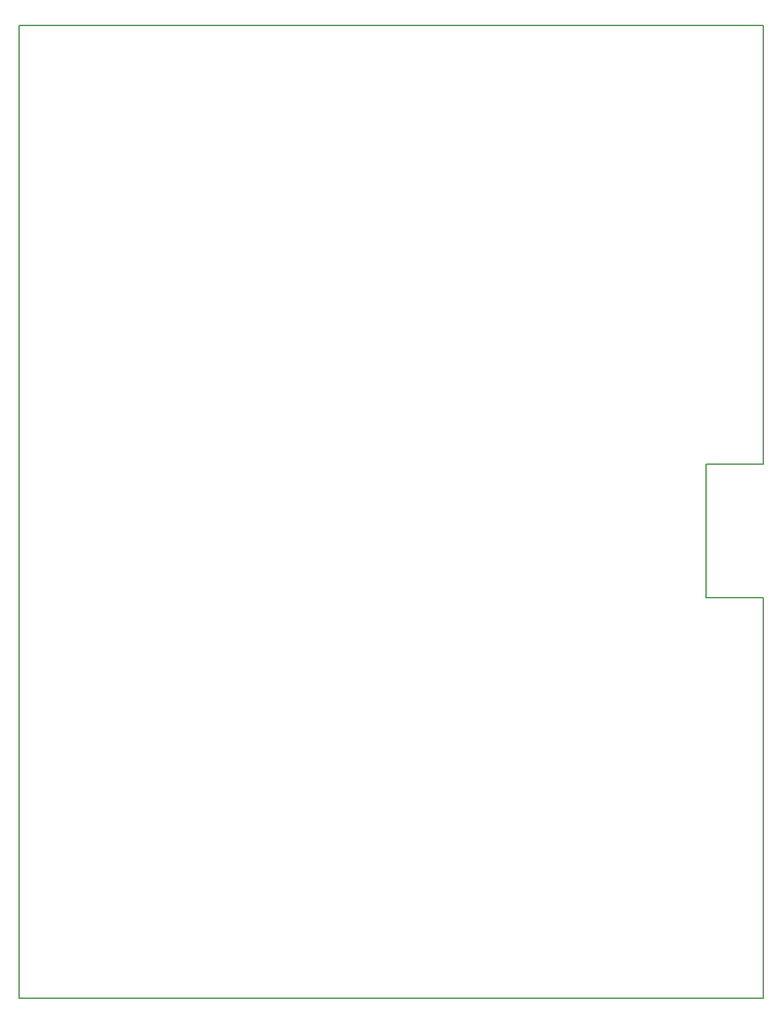
<source format=gm1>
G04 #@! TF.FileFunction,Profile,NP*
%FSLAX46Y46*%
G04 Gerber Fmt 4.6, Leading zero omitted, Abs format (unit mm)*
G04 Created by KiCad (PCBNEW (2015-07-24 BZR 5989, Git 9b9c794)-product) date 27/07/2015 21:02:08*
%MOMM*%
G01*
G04 APERTURE LIST*
%ADD10C,0.100000*%
%ADD11C,0.200000*%
G04 APERTURE END LIST*
D10*
D11*
X137160000Y-92710000D02*
X137160000Y-146050000D01*
X129540000Y-92710000D02*
X137160000Y-92710000D01*
X129540000Y-74930000D02*
X129540000Y-92710000D01*
X137160000Y-74930000D02*
X129540000Y-74930000D01*
X38100000Y-146050000D02*
X38100000Y-16510000D01*
X137160000Y-146050000D02*
X38100000Y-146050000D01*
X137160000Y-16510000D02*
X137160000Y-74930000D01*
X38100000Y-16510000D02*
X137160000Y-16510000D01*
M02*

</source>
